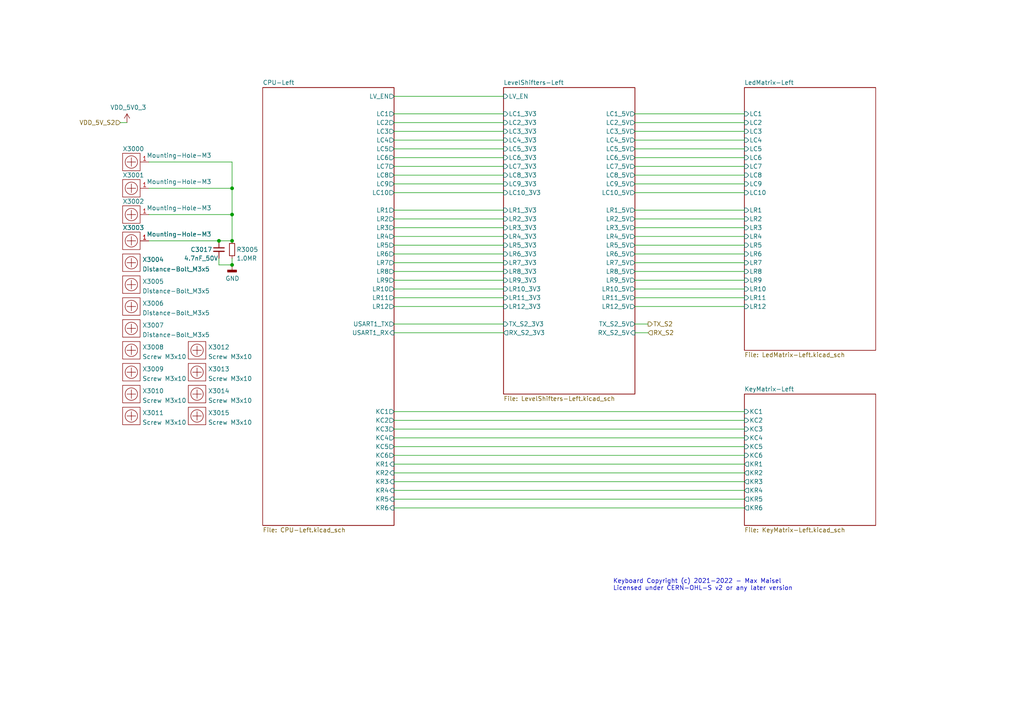
<source format=kicad_sch>
(kicad_sch (version 20211123) (generator eeschema)
  (paper "A4")
  (lib_symbols
    (symbol "Distance-Bolt_M3x5_1"
      (property "Reference" "X" (at -2.54 3.81 0))
      (property "Value" "Distance-Bolt_M3x5_1" (at 0 -3.81 0))
      (symbol "Distance-Bolt_M3x5_1_0_1"
        (rectangle (start -2.54 2.54) (end 2.54 -2.54))
        (polyline (pts (xy -1.27 0) (xy 1.27 0)))
        (polyline (pts (xy 0 -1.27) (xy 0 1.27)))
        (circle (center 0 0) (radius 1.8034))
      )
    )
    (symbol "Distance-Bolt_M3x5_2"
      (property "Reference" "X" (at -2.54 3.81 0))
      (property "Value" "Distance-Bolt_M3x5_2" (at 0 -3.81 0))
      (symbol "Distance-Bolt_M3x5_2_0_1"
        (rectangle (start -2.54 2.54) (end 2.54 -2.54))
        (polyline (pts (xy -1.27 0) (xy 1.27 0)))
        (polyline (pts (xy 0 -1.27) (xy 0 1.27)))
        (circle (center 0 0) (radius 1.8034))
      )
    )
    (symbol "Distance-Bolt_M3x5_3"
      (property "Reference" "X" (at -2.54 3.81 0))
      (property "Value" "Distance-Bolt_M3x5_3" (at 0 -3.81 0))
      (symbol "Distance-Bolt_M3x5_3_0_1"
        (rectangle (start -2.54 2.54) (end 2.54 -2.54))
        (polyline (pts (xy -1.27 0) (xy 1.27 0)))
        (polyline (pts (xy 0 -1.27) (xy 0 1.27)))
        (circle (center 0 0) (radius 1.8034))
      )
    )
    (symbol "Keyboard:1.0MR" (pin_numbers hide) (pin_names (offset 0.254) hide)
      (property "Reference" "R" (at 0.762 0.508 0))
      (property "Value" "1.0MR" (at 0.762 -1.016 0))
      (symbol "1.0MR_0_1"
        (rectangle (start -0.762 1.778) (end 0.762 -1.778) (stroke (width 0.2032)))
      )
      (symbol "1.0MR_1_1"
        (pin passive line (at 0 2.54 270) (length 0.762) (name "~") (number "1"))
        (pin passive line (at 0 -2.54 90) (length 0.762) (name "~") (number "2"))
      )
    )
    (symbol "Keyboard:4.7nF_50V" (pin_numbers hide) (pin_names (offset 0.254) hide)
      (property "Reference" "C" (at 0.254 1.778 0))
      (property "Value" "4.7nF_50V" (at 0.254 -2.032 0))
      (symbol "4.7nF_50V_0_1"
        (polyline (pts (xy -1.524 -0.508) (xy 1.524 -0.508)) (stroke (width 0.3302)))
        (polyline (pts (xy -1.524 0.508) (xy 1.524 0.508)) (stroke (width 0.3048)))
      )
      (symbol "4.7nF_50V_1_1"
        (pin passive line (at 0 2.54 270) (length 2.032) (name "~") (number "1"))
        (pin passive line (at 0 -2.54 90) (length 2.032) (name "~") (number "2"))
      )
    )
    (symbol "Keyboard:Distance-Bolt_M3x5"
      (property "Reference" "X" (at -2.54 3.81 0))
      (property "Value" "Distance-Bolt_M3x5" (at 0 -3.81 0))
      (symbol "Distance-Bolt_M3x5_0_1"
        (rectangle (start -2.54 2.54) (end 2.54 -2.54))
        (polyline (pts (xy -1.27 0) (xy 1.27 0)))
        (polyline (pts (xy 0 -1.27) (xy 0 1.27)))
        (circle (center 0 0) (radius 1.8034))
      )
    )
    (symbol "Keyboard:GND" (power) (pin_names (offset 0))
      (property "Value" "GND" (at 0 -3.175 0))
      (symbol "GND_0_1"
        (rectangle (start -1.27 -1.524) (end 1.27 -2.032) (stroke (width 0.254)) (fill (type outline)))
        (polyline (pts (xy 0 0) (xy 0 -1.524)))
      )
      (symbol "GND_1_1"
        (pin power_in line (at 0 0 270) (length 0) hide (name "GND") (number "1"))
      )
    )
    (symbol "Keyboard:Mounting-Hole-M3" (pin_names (offset 1.016))
      (property "Reference" "X" (at -2.54 3.81 0))
      (property "Value" "Mounting-Hole-M3" (at 1.27 -3.81 0))
      (symbol "Mounting-Hole-M3_0_1"
        (rectangle (start -2.54 2.54) (end 2.54 -2.54))
        (polyline (pts (xy -1.27 0) (xy 1.27 0)))
        (polyline (pts (xy 0 -1.27) (xy 0 1.27)))
        (circle (center 0 0) (radius 1.8034))
      )
      (symbol "Mounting-Hole-M3_1_1"
        (pin passive line (at 5.08 0 180) (length 2.45) (name "") (number "1"))
      )
    )
    (symbol "Keyboard:Screw M3x10"
      (property "Reference" "X" (at -2.54 3.81 0))
      (property "Value" "Screw M3x10" (at 0 -3.81 0))
      (symbol "Screw M3x10_0_1"
        (rectangle (start -2.54 2.54) (end 2.54 -2.54))
        (polyline (pts (xy -1.27 0) (xy 1.27 0)))
        (polyline (pts (xy 0 -1.27) (xy 0 1.27)))
        (circle (center 0 0) (radius 1.8034))
      )
    )
    (symbol "Keyboard:VDD_5V0_3" (power) (pin_names (offset 0))
      (property "Value" "VDD_5V0_3" (at 0 3.556 0))
      (symbol "VDD_5V0_3_0_1"
        (polyline (pts (xy -0.762 1.27) (xy 0 2.54)))
        (polyline (pts (xy 0 0) (xy 0 2.54)))
        (polyline (pts (xy 0 2.54) (xy 0.762 1.27)))
      )
      (symbol "VDD_5V0_3_1_1"
        (pin power_in line (at 0 0 90) (length 0) hide (name "VDD_5V0_3") (number "1"))
      )
    )
    (symbol "Mounting-Hole-M3_1" (pin_names (offset 1.016))
      (property "Reference" "X" (at -2.54 3.81 0))
      (property "Value" "Mounting-Hole-M3_1" (at 1.27 -3.81 0))
      (symbol "Mounting-Hole-M3_1_0_1"
        (rectangle (start -2.54 2.54) (end 2.54 -2.54))
        (polyline (pts (xy -1.27 0) (xy 1.27 0)))
        (polyline (pts (xy 0 -1.27) (xy 0 1.27)))
        (circle (center 0 0) (radius 1.8034))
      )
      (symbol "Mounting-Hole-M3_1_1_1"
        (pin passive line (at 5.08 0 180) (length 2.45) (name "") (number "1"))
      )
    )
    (symbol "Mounting-Hole-M3_2" (pin_names (offset 1.016))
      (property "Reference" "X" (at -2.54 3.81 0))
      (property "Value" "Mounting-Hole-M3_2" (at 1.27 -3.81 0))
      (symbol "Mounting-Hole-M3_2_0_1"
        (rectangle (start -2.54 2.54) (end 2.54 -2.54))
        (polyline (pts (xy -1.27 0) (xy 1.27 0)))
        (polyline (pts (xy 0 -1.27) (xy 0 1.27)))
        (circle (center 0 0) (radius 1.8034))
      )
      (symbol "Mounting-Hole-M3_2_1_1"
        (pin passive line (at 5.08 0 180) (length 2.45) (name "") (number "1"))
      )
    )
    (symbol "Mounting-Hole-M3_3" (pin_names (offset 1.016))
      (property "Reference" "X" (at -2.54 3.81 0))
      (property "Value" "Mounting-Hole-M3_3" (at 1.27 -3.81 0))
      (symbol "Mounting-Hole-M3_3_0_1"
        (rectangle (start -2.54 2.54) (end 2.54 -2.54))
        (polyline (pts (xy -1.27 0) (xy 1.27 0)))
        (polyline (pts (xy 0 -1.27) (xy 0 1.27)))
        (circle (center 0 0) (radius 1.8034))
      )
      (symbol "Mounting-Hole-M3_3_1_1"
        (pin passive line (at 5.08 0 180) (length 2.45) (name "") (number "1"))
      )
    )
  )
  (junction (at 67.31 62.23))
  (junction (at 67.31 69.85))
  (junction (at 63.5 69.85))
  (junction (at 67.31 76.835))
  (junction (at 67.31 54.61))
  (wire (pts (xy 114.3 53.34) (xy 146.05 53.34)))
  (wire (pts (xy 184.15 43.18) (xy 215.9 43.18)))
  (wire (pts (xy 114.3 40.64) (xy 146.05 40.64)))
  (wire (pts (xy 184.15 71.12) (xy 215.9 71.12)))
  (wire (pts (xy 215.9 66.04) (xy 184.15 66.04)))
  (wire (pts (xy 215.9 78.74) (xy 184.15 78.74)))
  (wire (pts (xy 215.9 137.16) (xy 114.3 137.16)))
  (wire (pts (xy 34.925 35.56) (xy 36.83 35.56)))
  (wire (pts (xy 215.9 127) (xy 114.3 127)))
  (wire (pts (xy 184.15 93.98) (xy 187.96 93.98)))
  (wire (pts (xy 215.9 50.8) (xy 184.15 50.8)))
  (wire (pts (xy 146.05 81.28) (xy 114.3 81.28)))
  (wire (pts (xy 114.3 134.62) (xy 215.9 134.62)))
  (wire (pts (xy 146.05 38.1) (xy 114.3 38.1)))
  (wire (pts (xy 146.05 63.5) (xy 114.3 63.5)))
  (wire (pts (xy 184.15 76.2) (xy 215.9 76.2)))
  (wire (pts (xy 215.9 55.88) (xy 184.15 55.88)))
  (wire (pts (xy 146.05 73.66) (xy 114.3 73.66)))
  (wire (pts (xy 114.3 78.74) (xy 146.05 78.74)))
  (wire (pts (xy 146.05 86.36) (xy 114.3 86.36)))
  (wire (pts (xy 114.3 45.72) (xy 146.05 45.72)))
  (wire (pts (xy 67.31 62.23) (xy 67.31 69.85)))
  (wire (pts (xy 63.5 74.93) (xy 63.5 76.835)))
  (wire (pts (xy 114.3 119.38) (xy 215.9 119.38)))
  (wire (pts (xy 114.3 27.94) (xy 146.05 27.94)))
  (wire (pts (xy 146.05 33.02) (xy 114.3 33.02)))
  (wire (pts (xy 43.18 46.99) (xy 67.31 46.99)))
  (wire (pts (xy 184.15 83.82) (xy 215.9 83.82)))
  (wire (pts (xy 184.15 81.28) (xy 215.9 81.28)))
  (wire (pts (xy 184.15 48.26) (xy 215.9 48.26)))
  (wire (pts (xy 215.9 40.64) (xy 184.15 40.64)))
  (wire (pts (xy 215.9 73.66) (xy 184.15 73.66)))
  (wire (pts (xy 114.3 76.2) (xy 146.05 76.2)))
  (wire (pts (xy 114.3 129.54) (xy 215.9 129.54)))
  (wire (pts (xy 215.9 68.58) (xy 184.15 68.58)))
  (wire (pts (xy 146.05 93.98) (xy 114.3 93.98)))
  (wire (pts (xy 146.05 68.58) (xy 114.3 68.58)))
  (wire (pts (xy 114.3 144.78) (xy 215.9 144.78)))
  (wire (pts (xy 215.9 132.08) (xy 114.3 132.08)))
  (wire (pts (xy 215.9 121.92) (xy 114.3 121.92)))
  (wire (pts (xy 67.31 46.99) (xy 67.31 54.61)))
  (wire (pts (xy 63.5 69.85) (xy 67.31 69.85)))
  (wire (pts (xy 43.18 54.61) (xy 67.31 54.61)))
  (wire (pts (xy 215.9 147.32) (xy 114.3 147.32)))
  (wire (pts (xy 215.9 35.56) (xy 184.15 35.56)))
  (wire (pts (xy 67.31 74.93) (xy 67.31 76.835)))
  (wire (pts (xy 114.3 60.96) (xy 146.05 60.96)))
  (wire (pts (xy 114.3 96.52) (xy 146.05 96.52)))
  (wire (pts (xy 43.18 62.23) (xy 67.31 62.23)))
  (wire (pts (xy 184.15 38.1) (xy 215.9 38.1)))
  (wire (pts (xy 146.05 55.88) (xy 114.3 55.88)))
  (wire (pts (xy 215.9 86.36) (xy 184.15 86.36)))
  (wire (pts (xy 67.31 54.61) (xy 67.31 62.23)))
  (wire (pts (xy 114.3 66.04) (xy 146.05 66.04)))
  (wire (pts (xy 43.18 69.85) (xy 63.5 69.85)))
  (wire (pts (xy 184.15 53.34) (xy 215.9 53.34)))
  (wire (pts (xy 114.3 83.82) (xy 146.05 83.82)))
  (wire (pts (xy 114.3 88.9) (xy 146.05 88.9)))
  (wire (pts (xy 184.15 63.5) (xy 215.9 63.5)))
  (wire (pts (xy 184.15 33.02) (xy 215.9 33.02)))
  (wire (pts (xy 146.05 43.18) (xy 114.3 43.18)))
  (wire (pts (xy 63.5 76.835) (xy 67.31 76.835)))
  (wire (pts (xy 114.3 71.12) (xy 146.05 71.12)))
  (wire (pts (xy 215.9 45.72) (xy 184.15 45.72)))
  (wire (pts (xy 114.3 48.26) (xy 146.05 48.26)))
  (wire (pts (xy 184.15 88.9) (xy 215.9 88.9)))
  (wire (pts (xy 114.3 139.7) (xy 215.9 139.7)))
  (wire (pts (xy 114.3 35.56) (xy 146.05 35.56)))
  (wire (pts (xy 114.3 124.46) (xy 215.9 124.46)))
  (wire (pts (xy 146.05 50.8) (xy 114.3 50.8)))
  (wire (pts (xy 187.96 96.52) (xy 184.15 96.52)))
  (wire (pts (xy 215.9 60.96) (xy 184.15 60.96)))
  (wire (pts (xy 215.9 142.24) (xy 114.3 142.24)))
  (text "Keyboard Copyright (c) 2021-2022 - Max Maisel\nLicensed under CERN-OHL-S v2 or any later version" (at 177.8 171.45 0) (effects (font (size 1.27 1.27)) (justify left bottom)))
  (hierarchical_label "VDD_5V_S2" (shape input) (at 34.925 35.56 180))
  (hierarchical_label "RX_S2" (shape input) (at 187.96 96.52 0))
  (hierarchical_label "TX_S2" (shape output) (at 187.96 93.98 0))
  (symbol (lib_id "Keyboard:VDD_5V0_3") (at 36.83 35.56 0) (unit 1)
    (property "Reference" "#PWR03001" (effects hide))
    (property "Value" "VDD_5V0_3" (at 37.211 31.1658 0))
  )
  (symbol (lib_name "Distance-Bolt_M3x5_3") (lib_id "Keyboard:Distance-Bolt_M3x5") (at 38.1 82.55 0) (unit 1)
    (property "Reference" "X3005" (at 41.275 81.6415 0) (effects (justify left)))
    (property "Value" "Distance-Bolt_M3x5" (at 41.275 84.4166 0) (effects (justify left)))
    (property "Footprint" "Keyboard:DistanceBolt-M3x5" (effects hide))
    (property "reichelt#" "VT DI 5MM\n" (effects hide))
  )
  (symbol (lib_id "Keyboard:Screw M3x10") (at 57.15 101.6 0) (unit 1)
    (property "Reference" "X3012" (at 60.325 100.6915 0) (effects (justify left)))
    (property "Value" "Screw M3x10" (at 60.325 103.4666 0) (effects (justify left)))
    (property "reichelt#" "SKL-E M3X10-100" (effects hide))
  )
  (symbol (lib_id "Keyboard:Mounting-Hole-M3") (at 38.1 69.85 0) (unit 1)
    (property "Reference" "X3003" (at 35.56 66.04 0) (effects (justify left)))
    (property "Value" "Mounting-Hole-M3" (at 42.545 67.945 0) (effects (justify left)))
    (property "Footprint" "Keyboard:Mounting-Hole-M3" (effects hide))
  )
  (symbol (lib_name "Mounting-Hole-M3_3") (lib_id "Keyboard:Mounting-Hole-M3") (at 38.1 62.23 0) (unit 1)
    (property "Reference" "X3002" (at 35.56 58.42 0) (effects (justify left)))
    (property "Value" "Mounting-Hole-M3" (at 42.545 60.325 0) (effects (justify left)))
    (property "Footprint" "Keyboard:Mounting-Hole-M3" (effects hide))
  )
  (symbol (lib_id "Keyboard:GND") (at 67.31 76.835 0) (unit 1)
    (property "Reference" "#PWR03005" (effects hide))
    (property "Value" "GND" (at 67.4116 80.772 0))
  )
  (symbol (lib_id "Keyboard:Screw M3x10") (at 38.1 101.6 0) (unit 1)
    (property "Reference" "X3008" (at 41.275 100.6915 0) (effects (justify left)))
    (property "Value" "Screw M3x10" (at 41.275 103.4666 0) (effects (justify left)))
    (property "reichelt#" "SKL-E M3X10-100" (effects hide))
  )
  (symbol (lib_id "Keyboard:Screw M3x10") (at 38.1 120.65 0) (unit 1)
    (property "Reference" "X3011" (at 41.275 119.7415 0) (effects (justify left)))
    (property "Value" "Screw M3x10" (at 41.275 122.5166 0) (effects (justify left)))
    (property "reichelt#" "SKL-E M3X10-100" (effects hide))
  )
  (symbol (lib_id "Keyboard:Screw M3x10") (at 38.1 107.95 0) (unit 1)
    (property "Reference" "X3009" (at 41.275 107.0415 0) (effects (justify left)))
    (property "Value" "Screw M3x10" (at 41.275 109.8166 0) (effects (justify left)))
    (property "reichelt#" "SKL-E M3X10-100" (effects hide))
  )
  (symbol (lib_id "Keyboard:1.0MR") (at 67.31 72.39 0) (unit 1)
    (property "Reference" "R3005" (at 68.58 72.39 0) (effects (justify left)))
    (property "Value" "1.0MR" (at 68.58 74.93 0) (effects (justify left)))
    (property "Footprint" "Keyboard:R_0402" (effects hide))
    (property "Datasheet" "667-ERJ-2RKF1004X" (effects hide))
    (property "mouser#" "667-ERJ-2RKF1004X" (effects hide))
  )
  (symbol (lib_id "Keyboard:Screw M3x10") (at 57.15 107.95 0) (unit 1)
    (property "Reference" "X3013" (at 60.325 107.0415 0) (effects (justify left)))
    (property "Value" "Screw M3x10" (at 60.325 109.8166 0) (effects (justify left)))
    (property "reichelt#" "SKL-E M3X10-100" (effects hide))
  )
  (symbol (lib_name "Distance-Bolt_M3x5_2") (lib_id "Keyboard:Distance-Bolt_M3x5") (at 38.1 76.2 0) (unit 1)
    (property "Reference" "X3004" (at 41.275 75.2915 0) (effects (justify left)))
    (property "Value" "Distance-Bolt_M3x5" (at 41.275 78.0666 0) (effects (justify left)))
    (property "Footprint" "Keyboard:DistanceBolt-M3x5" (effects hide))
    (property "reichelt#" "VT DI 5MM\n" (effects hide))
  )
  (symbol (lib_id "Keyboard:Screw M3x10") (at 57.15 120.65 0) (unit 1)
    (property "Reference" "X3015" (at 60.325 119.7415 0) (effects (justify left)))
    (property "Value" "Screw M3x10" (at 60.325 122.5166 0) (effects (justify left)))
    (property "reichelt#" "SKL-E M3X10-100" (effects hide))
  )
  (symbol (lib_name "Mounting-Hole-M3_1") (lib_id "Keyboard:Mounting-Hole-M3") (at 38.1 46.99 0) (unit 1)
    (property "Reference" "X3000" (at 35.56 43.18 0) (effects (justify left)))
    (property "Value" "Mounting-Hole-M3" (at 42.545 45.085 0) (effects (justify left)))
    (property "Footprint" "Keyboard:Mounting-Hole-M3" (effects hide))
  )
  (symbol (lib_id "Keyboard:4.7nF_50V") (at 63.5 72.39 0) (unit 1)
    (property "Reference" "C3017" (at 55.245 72.39 0) (effects (justify left)))
    (property "Value" "4.7nF_50V" (at 53.34 74.93 0) (effects (justify left)))
    (property "Footprint" "Keyboard:C_0402" (effects hide))
    (property "Datasheet" "810-CGA2B2X7R1H472K" (effects hide))
    (property "mouser#" "810-CGA2B2X7R1H472K" (effects hide))
  )
  (symbol (lib_id "Keyboard:Screw M3x10") (at 57.15 114.3 0) (unit 1)
    (property "Reference" "X3014" (at 60.325 113.3915 0) (effects (justify left)))
    (property "Value" "Screw M3x10" (at 60.325 116.1666 0) (effects (justify left)))
    (property "reichelt#" "SKL-E M3X10-100" (effects hide))
  )
  (symbol (lib_name "Distance-Bolt_M3x5_1") (lib_id "Keyboard:Distance-Bolt_M3x5") (at 38.1 95.25 0) (unit 1)
    (property "Reference" "X3007" (at 41.275 94.3415 0) (effects (justify left)))
    (property "Value" "Distance-Bolt_M3x5" (at 41.275 97.1166 0) (effects (justify left)))
    (property "Footprint" "Keyboard:DistanceBolt-M3x5" (effects hide))
    (property "reichelt#" "VT DI 5MM\n" (effects hide))
  )
  (symbol (lib_id "Keyboard:Distance-Bolt_M3x5") (at 38.1 88.9 0) (unit 1)
    (property "Reference" "X3006" (at 41.275 87.9915 0) (effects (justify left)))
    (property "Value" "Distance-Bolt_M3x5" (at 41.275 90.7666 0) (effects (justify left)))
    (property "Footprint" "Keyboard:DistanceBolt-M3x5" (effects hide))
    (property "reichelt#" "VT DI 5MM\n" (effects hide))
  )
  (symbol (lib_name "Mounting-Hole-M3_2") (lib_id "Keyboard:Mounting-Hole-M3") (at 38.1 54.61 0) (unit 1)
    (property "Reference" "X3001" (at 35.56 50.8 0) (effects (justify left)))
    (property "Value" "Mounting-Hole-M3" (at 42.545 52.705 0) (effects (justify left)))
    (property "Footprint" "Keyboard:Mounting-Hole-M3" (effects hide))
  )
  (symbol (lib_id "Keyboard:Screw M3x10") (at 38.1 114.3 0) (unit 1)
    (property "Reference" "X3010" (at 41.275 113.3915 0) (effects (justify left)))
    (property "Value" "Screw M3x10" (at 41.275 116.1666 0) (effects (justify left)))
    (property "reichelt#" "SKL-E M3X10-100" (effects hide))
  )
  (sheet (at 215.9 114.3) (size 38.1 38.1)
    (property "Sheet name" "KeyMatrix-Left" (at 215.9 113.5884 0) (effects (justify left bottom)))
    (property "Sheet file" "KeyMatrix-Left.kicad_sch" (at 215.9 152.9846 0) (effects (justify left top)))
    (pin "KR1" output (at 215.9 134.62 180))
    (pin "KR2" output (at 215.9 137.16 180))
    (pin "KR3" output (at 215.9 139.7 180))
    (pin "KR4" output (at 215.9 142.24 180))
    (pin "KR5" output (at 215.9 144.78 180))
    (pin "KR6" output (at 215.9 147.32 180))
    (pin "KC1" input (at 215.9 119.38 180))
    (pin "KC2" input (at 215.9 121.92 180))
    (pin "KC3" input (at 215.9 124.46 180))
    (pin "KC4" input (at 215.9 127 180))
    (pin "KC5" input (at 215.9 129.54 180))
    (pin "KC6" input (at 215.9 132.08 180))
  )
  (sheet (at 215.9 25.4) (size 38.1 76.2)
    (property "Sheet name" "LedMatrix-Left" (at 215.9 24.6884 0) (effects (justify left bottom)))
    (property "Sheet file" "LedMatrix-Left.kicad_sch" (at 215.9 102.1846 0) (effects (justify left top)))
    (pin "LC1" input (at 215.9 33.02 180))
    (pin "LC2" input (at 215.9 35.56 180))
    (pin "LC3" input (at 215.9 38.1 180))
    (pin "LC4" input (at 215.9 40.64 180))
    (pin "LC5" input (at 215.9 43.18 180))
    (pin "LC6" input (at 215.9 45.72 180))
    (pin "LC7" input (at 215.9 48.26 180))
    (pin "LR1" input (at 215.9 60.96 180))
    (pin "LR2" input (at 215.9 63.5 180))
    (pin "LR3" input (at 215.9 66.04 180))
    (pin "LR4" input (at 215.9 68.58 180))
    (pin "LR5" input (at 215.9 71.12 180))
    (pin "LR6" input (at 215.9 73.66 180))
    (pin "LR7" input (at 215.9 76.2 180))
    (pin "LR8" input (at 215.9 78.74 180))
    (pin "LR9" input (at 215.9 81.28 180))
    (pin "LR10" input (at 215.9 83.82 180))
    (pin "LR11" input (at 215.9 86.36 180))
    (pin "LR12" input (at 215.9 88.9 180))
    (pin "LC8" input (at 215.9 50.8 180))
    (pin "LC9" input (at 215.9 53.34 180))
    (pin "LC10" input (at 215.9 55.88 180))
  )
  (sheet (at 76.2 25.4) (size 38.1 127)
    (property "Sheet name" "CPU-Left" (at 76.2 24.6884 0) (effects (justify left bottom)))
    (property "Sheet file" "CPU-Left.kicad_sch" (at 76.2 152.9846 0) (effects (justify left top)))
    (pin "USART1_TX" output (at 114.3 93.98 0))
    (pin "USART1_RX" input (at 114.3 96.52 0))
    (pin "LV_EN" output (at 114.3 27.94 0))
    (pin "KR1" input (at 114.3 134.62 0))
    (pin "KR2" input (at 114.3 137.16 0))
    (pin "KR3" input (at 114.3 139.7 0))
    (pin "KR4" input (at 114.3 142.24 0))
    (pin "KR5" input (at 114.3 144.78 0))
    (pin "KR6" input (at 114.3 147.32 0))
    (pin "KC1" output (at 114.3 119.38 0))
    (pin "KC2" output (at 114.3 121.92 0))
    (pin "KC3" output (at 114.3 124.46 0))
    (pin "KC4" output (at 114.3 127 0))
    (pin "KC5" output (at 114.3 129.54 0))
    (pin "KC6" output (at 114.3 132.08 0))
    (pin "LC1" output (at 114.3 33.02 0))
    (pin "LC2" output (at 114.3 35.56 0))
    (pin "LC3" output (at 114.3 38.1 0))
    (pin "LC4" output (at 114.3 40.64 0))
    (pin "LC5" output (at 114.3 43.18 0))
    (pin "LC6" output (at 114.3 45.72 0))
    (pin "LC7" output (at 114.3 48.26 0))
    (pin "LC8" output (at 114.3 50.8 0))
    (pin "LC9" output (at 114.3 53.34 0))
    (pin "LC10" output (at 114.3 55.88 0))
    (pin "LR1" output (at 114.3 60.96 0))
    (pin "LR2" output (at 114.3 63.5 0))
    (pin "LR3" output (at 114.3 66.04 0))
    (pin "LR4" output (at 114.3 68.58 0))
    (pin "LR5" output (at 114.3 71.12 0))
    (pin "LR6" output (at 114.3 73.66 0))
    (pin "LR7" output (at 114.3 76.2 0))
    (pin "LR8" output (at 114.3 78.74 0))
    (pin "LR9" output (at 114.3 81.28 0))
    (pin "LR10" output (at 114.3 83.82 0))
    (pin "LR11" output (at 114.3 86.36 0))
    (pin "LR12" output (at 114.3 88.9 0))
  )
  (sheet (at 146.05 25.4) (size 38.1 88.9)
    (property "Sheet name" "LevelShifters-Left" (at 146.05 24.6884 0) (effects (justify left bottom)))
    (property "Sheet file" "LevelShifters-Left.kicad_sch" (at 146.05 114.8846 0) (effects (justify left top)))
    (pin "TX_S2_5V" output (at 184.15 93.98 0))
    (pin "RX_S2_5V" input (at 184.15 96.52 0))
    (pin "TX_S2_3V3" input (at 146.05 93.98 180))
    (pin "RX_S2_3V3" output (at 146.05 96.52 180))
    (pin "LV_EN" input (at 146.05 27.94 180))
    (pin "LC1_3V3" input (at 146.05 33.02 180))
    (pin "LC2_3V3" input (at 146.05 35.56 180))
    (pin "LC3_3V3" input (at 146.05 38.1 180))
    (pin "LC4_3V3" input (at 146.05 40.64 180))
    (pin "LC5_3V3" input (at 146.05 43.18 180))
    (pin "LC6_3V3" input (at 146.05 45.72 180))
    (pin "LC7_3V3" input (at 146.05 48.26 180))
    (pin "LC8_3V3" input (at 146.05 50.8 180))
    (pin "LC9_3V3" input (at 146.05 53.34 180))
    (pin "LC10_3V3" input (at 146.05 55.88 180))
    (pin "LR1_3V3" input (at 146.05 60.96 180))
    (pin "LR3_3V3" input (at 146.05 66.04 180))
    (pin "LR4_3V3" input (at 146.05 68.58 180))
    (pin "LR5_3V3" input (at 146.05 71.12 180))
    (pin "LR6_3V3" input (at 146.05 73.66 180))
    (pin "LR7_3V3" input (at 146.05 76.2 180))
    (pin "LR8_3V3" input (at 146.05 78.74 180))
    (pin "LR9_3V3" input (at 146.05 81.28 180))
    (pin "LR10_3V3" input (at 146.05 83.82 180))
    (pin "LR11_3V3" input (at 146.05 86.36 180))
    (pin "LR12_3V3" input (at 146.05 88.9 180))
    (pin "LR2_3V3" input (at 146.05 63.5 180))
    (pin "LC1_5V" output (at 184.15 33.02 0))
    (pin "LC2_5V" output (at 184.15 35.56 0))
    (pin "LC3_5V" output (at 184.15 38.1 0))
    (pin "LC4_5V" output (at 184.15 40.64 0))
    (pin "LC5_5V" output (at 184.15 43.18 0))
    (pin "LC6_5V" output (at 184.15 45.72 0))
    (pin "LC7_5V" output (at 184.15 48.26 0))
    (pin "LC8_5V" output (at 184.15 50.8 0))
    (pin "LC9_5V" output (at 184.15 53.34 0))
    (pin "LC10_5V" output (at 184.15 55.88 0))
    (pin "LR1_5V" output (at 184.15 60.96 0))
    (pin "LR3_5V" output (at 184.15 66.04 0))
    (pin "LR4_5V" output (at 184.15 68.58 0))
    (pin "LR5_5V" output (at 184.15 71.12 0))
    (pin "LR6_5V" output (at 184.15 73.66 0))
    (pin "LR7_5V" output (at 184.15 76.2 0))
    (pin "LR8_5V" output (at 184.15 78.74 0))
    (pin "LR2_5V" output (at 184.15 63.5 0))
    (pin "LR9_5V" output (at 184.15 81.28 0))
    (pin "LR10_5V" output (at 184.15 83.82 0))
    (pin "LR11_5V" output (at 184.15 86.36 0))
    (pin "LR12_5V" output (at 184.15 88.9 0))
  )
)
</source>
